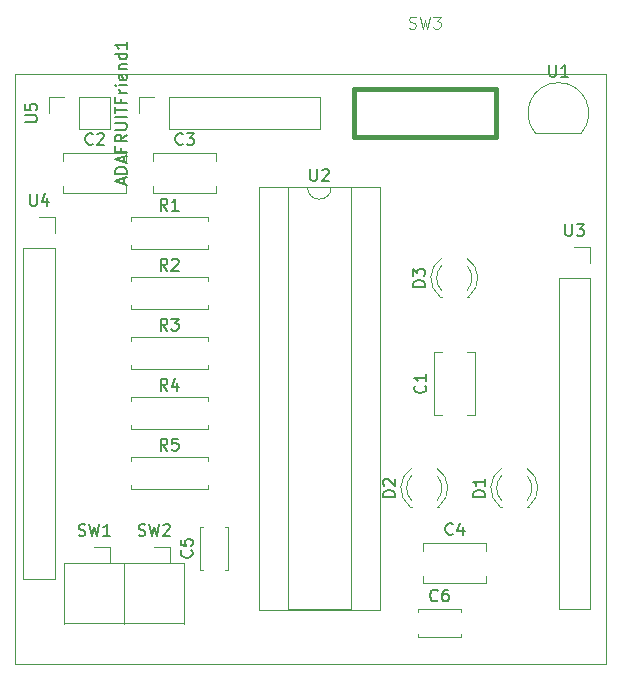
<source format=gbr>
%TF.GenerationSoftware,KiCad,Pcbnew,7.0.1*%
%TF.CreationDate,2023-04-23T17:26:01-05:00*%
%TF.ProjectId,hw4,6877342e-6b69-4636-9164-5f7063625858,rev?*%
%TF.SameCoordinates,Original*%
%TF.FileFunction,Legend,Top*%
%TF.FilePolarity,Positive*%
%FSLAX46Y46*%
G04 Gerber Fmt 4.6, Leading zero omitted, Abs format (unit mm)*
G04 Created by KiCad (PCBNEW 7.0.1) date 2023-04-23 17:26:01*
%MOMM*%
%LPD*%
G01*
G04 APERTURE LIST*
%ADD10C,0.150000*%
%ADD11C,0.100000*%
%ADD12C,0.120000*%
%ADD13C,0.400000*%
%TA.AperFunction,Profile*%
%ADD14C,0.100000*%
%TD*%
G04 APERTURE END LIST*
D10*
%TO.C,D2*%
X132122619Y-85828094D02*
X131122619Y-85828094D01*
X131122619Y-85828094D02*
X131122619Y-85589999D01*
X131122619Y-85589999D02*
X131170238Y-85447142D01*
X131170238Y-85447142D02*
X131265476Y-85351904D01*
X131265476Y-85351904D02*
X131360714Y-85304285D01*
X131360714Y-85304285D02*
X131551190Y-85256666D01*
X131551190Y-85256666D02*
X131694047Y-85256666D01*
X131694047Y-85256666D02*
X131884523Y-85304285D01*
X131884523Y-85304285D02*
X131979761Y-85351904D01*
X131979761Y-85351904D02*
X132075000Y-85447142D01*
X132075000Y-85447142D02*
X132122619Y-85589999D01*
X132122619Y-85589999D02*
X132122619Y-85828094D01*
X131217857Y-84875713D02*
X131170238Y-84828094D01*
X131170238Y-84828094D02*
X131122619Y-84732856D01*
X131122619Y-84732856D02*
X131122619Y-84494761D01*
X131122619Y-84494761D02*
X131170238Y-84399523D01*
X131170238Y-84399523D02*
X131217857Y-84351904D01*
X131217857Y-84351904D02*
X131313095Y-84304285D01*
X131313095Y-84304285D02*
X131408333Y-84304285D01*
X131408333Y-84304285D02*
X131551190Y-84351904D01*
X131551190Y-84351904D02*
X132122619Y-84923332D01*
X132122619Y-84923332D02*
X132122619Y-84304285D01*
%TO.C,D1*%
X139742619Y-85828094D02*
X138742619Y-85828094D01*
X138742619Y-85828094D02*
X138742619Y-85589999D01*
X138742619Y-85589999D02*
X138790238Y-85447142D01*
X138790238Y-85447142D02*
X138885476Y-85351904D01*
X138885476Y-85351904D02*
X138980714Y-85304285D01*
X138980714Y-85304285D02*
X139171190Y-85256666D01*
X139171190Y-85256666D02*
X139314047Y-85256666D01*
X139314047Y-85256666D02*
X139504523Y-85304285D01*
X139504523Y-85304285D02*
X139599761Y-85351904D01*
X139599761Y-85351904D02*
X139695000Y-85447142D01*
X139695000Y-85447142D02*
X139742619Y-85589999D01*
X139742619Y-85589999D02*
X139742619Y-85828094D01*
X139742619Y-84304285D02*
X139742619Y-84875713D01*
X139742619Y-84589999D02*
X138742619Y-84589999D01*
X138742619Y-84589999D02*
X138885476Y-84685237D01*
X138885476Y-84685237D02*
X138980714Y-84780475D01*
X138980714Y-84780475D02*
X139028333Y-84875713D01*
%TO.C,U4*%
X101238095Y-60192619D02*
X101238095Y-61002142D01*
X101238095Y-61002142D02*
X101285714Y-61097380D01*
X101285714Y-61097380D02*
X101333333Y-61145000D01*
X101333333Y-61145000D02*
X101428571Y-61192619D01*
X101428571Y-61192619D02*
X101619047Y-61192619D01*
X101619047Y-61192619D02*
X101714285Y-61145000D01*
X101714285Y-61145000D02*
X101761904Y-61097380D01*
X101761904Y-61097380D02*
X101809523Y-61002142D01*
X101809523Y-61002142D02*
X101809523Y-60192619D01*
X102714285Y-60525952D02*
X102714285Y-61192619D01*
X102476190Y-60145000D02*
X102238095Y-60859285D01*
X102238095Y-60859285D02*
X102857142Y-60859285D01*
%TO.C,C5*%
X114907380Y-90356666D02*
X114955000Y-90404285D01*
X114955000Y-90404285D02*
X115002619Y-90547142D01*
X115002619Y-90547142D02*
X115002619Y-90642380D01*
X115002619Y-90642380D02*
X114955000Y-90785237D01*
X114955000Y-90785237D02*
X114859761Y-90880475D01*
X114859761Y-90880475D02*
X114764523Y-90928094D01*
X114764523Y-90928094D02*
X114574047Y-90975713D01*
X114574047Y-90975713D02*
X114431190Y-90975713D01*
X114431190Y-90975713D02*
X114240714Y-90928094D01*
X114240714Y-90928094D02*
X114145476Y-90880475D01*
X114145476Y-90880475D02*
X114050238Y-90785237D01*
X114050238Y-90785237D02*
X114002619Y-90642380D01*
X114002619Y-90642380D02*
X114002619Y-90547142D01*
X114002619Y-90547142D02*
X114050238Y-90404285D01*
X114050238Y-90404285D02*
X114097857Y-90356666D01*
X114002619Y-89451904D02*
X114002619Y-89928094D01*
X114002619Y-89928094D02*
X114478809Y-89975713D01*
X114478809Y-89975713D02*
X114431190Y-89928094D01*
X114431190Y-89928094D02*
X114383571Y-89832856D01*
X114383571Y-89832856D02*
X114383571Y-89594761D01*
X114383571Y-89594761D02*
X114431190Y-89499523D01*
X114431190Y-89499523D02*
X114478809Y-89451904D01*
X114478809Y-89451904D02*
X114574047Y-89404285D01*
X114574047Y-89404285D02*
X114812142Y-89404285D01*
X114812142Y-89404285D02*
X114907380Y-89451904D01*
X114907380Y-89451904D02*
X114955000Y-89499523D01*
X114955000Y-89499523D02*
X115002619Y-89594761D01*
X115002619Y-89594761D02*
X115002619Y-89832856D01*
X115002619Y-89832856D02*
X114955000Y-89928094D01*
X114955000Y-89928094D02*
X114907380Y-89975713D01*
%TO.C,ADAFRUITFriend1*%
X109166904Y-59363809D02*
X109166904Y-58887619D01*
X109452619Y-59459047D02*
X108452619Y-59125714D01*
X108452619Y-59125714D02*
X109452619Y-58792381D01*
X109452619Y-58459047D02*
X108452619Y-58459047D01*
X108452619Y-58459047D02*
X108452619Y-58220952D01*
X108452619Y-58220952D02*
X108500238Y-58078095D01*
X108500238Y-58078095D02*
X108595476Y-57982857D01*
X108595476Y-57982857D02*
X108690714Y-57935238D01*
X108690714Y-57935238D02*
X108881190Y-57887619D01*
X108881190Y-57887619D02*
X109024047Y-57887619D01*
X109024047Y-57887619D02*
X109214523Y-57935238D01*
X109214523Y-57935238D02*
X109309761Y-57982857D01*
X109309761Y-57982857D02*
X109405000Y-58078095D01*
X109405000Y-58078095D02*
X109452619Y-58220952D01*
X109452619Y-58220952D02*
X109452619Y-58459047D01*
X109166904Y-57506666D02*
X109166904Y-57030476D01*
X109452619Y-57601904D02*
X108452619Y-57268571D01*
X108452619Y-57268571D02*
X109452619Y-56935238D01*
X108928809Y-56268571D02*
X108928809Y-56601904D01*
X109452619Y-56601904D02*
X108452619Y-56601904D01*
X108452619Y-56601904D02*
X108452619Y-56125714D01*
X109452619Y-55173333D02*
X108976428Y-55506666D01*
X109452619Y-55744761D02*
X108452619Y-55744761D01*
X108452619Y-55744761D02*
X108452619Y-55363809D01*
X108452619Y-55363809D02*
X108500238Y-55268571D01*
X108500238Y-55268571D02*
X108547857Y-55220952D01*
X108547857Y-55220952D02*
X108643095Y-55173333D01*
X108643095Y-55173333D02*
X108785952Y-55173333D01*
X108785952Y-55173333D02*
X108881190Y-55220952D01*
X108881190Y-55220952D02*
X108928809Y-55268571D01*
X108928809Y-55268571D02*
X108976428Y-55363809D01*
X108976428Y-55363809D02*
X108976428Y-55744761D01*
X108452619Y-54744761D02*
X109262142Y-54744761D01*
X109262142Y-54744761D02*
X109357380Y-54697142D01*
X109357380Y-54697142D02*
X109405000Y-54649523D01*
X109405000Y-54649523D02*
X109452619Y-54554285D01*
X109452619Y-54554285D02*
X109452619Y-54363809D01*
X109452619Y-54363809D02*
X109405000Y-54268571D01*
X109405000Y-54268571D02*
X109357380Y-54220952D01*
X109357380Y-54220952D02*
X109262142Y-54173333D01*
X109262142Y-54173333D02*
X108452619Y-54173333D01*
X109452619Y-53697142D02*
X108452619Y-53697142D01*
X108452619Y-53363809D02*
X108452619Y-52792381D01*
X109452619Y-53078095D02*
X108452619Y-53078095D01*
X108928809Y-52125714D02*
X108928809Y-52459047D01*
X109452619Y-52459047D02*
X108452619Y-52459047D01*
X108452619Y-52459047D02*
X108452619Y-51982857D01*
X109452619Y-51601904D02*
X108785952Y-51601904D01*
X108976428Y-51601904D02*
X108881190Y-51554285D01*
X108881190Y-51554285D02*
X108833571Y-51506666D01*
X108833571Y-51506666D02*
X108785952Y-51411428D01*
X108785952Y-51411428D02*
X108785952Y-51316190D01*
X109452619Y-50982856D02*
X108785952Y-50982856D01*
X108452619Y-50982856D02*
X108500238Y-51030475D01*
X108500238Y-51030475D02*
X108547857Y-50982856D01*
X108547857Y-50982856D02*
X108500238Y-50935237D01*
X108500238Y-50935237D02*
X108452619Y-50982856D01*
X108452619Y-50982856D02*
X108547857Y-50982856D01*
X109405000Y-50125714D02*
X109452619Y-50220952D01*
X109452619Y-50220952D02*
X109452619Y-50411428D01*
X109452619Y-50411428D02*
X109405000Y-50506666D01*
X109405000Y-50506666D02*
X109309761Y-50554285D01*
X109309761Y-50554285D02*
X108928809Y-50554285D01*
X108928809Y-50554285D02*
X108833571Y-50506666D01*
X108833571Y-50506666D02*
X108785952Y-50411428D01*
X108785952Y-50411428D02*
X108785952Y-50220952D01*
X108785952Y-50220952D02*
X108833571Y-50125714D01*
X108833571Y-50125714D02*
X108928809Y-50078095D01*
X108928809Y-50078095D02*
X109024047Y-50078095D01*
X109024047Y-50078095D02*
X109119285Y-50554285D01*
X108785952Y-49649523D02*
X109452619Y-49649523D01*
X108881190Y-49649523D02*
X108833571Y-49601904D01*
X108833571Y-49601904D02*
X108785952Y-49506666D01*
X108785952Y-49506666D02*
X108785952Y-49363809D01*
X108785952Y-49363809D02*
X108833571Y-49268571D01*
X108833571Y-49268571D02*
X108928809Y-49220952D01*
X108928809Y-49220952D02*
X109452619Y-49220952D01*
X109452619Y-48316190D02*
X108452619Y-48316190D01*
X109405000Y-48316190D02*
X109452619Y-48411428D01*
X109452619Y-48411428D02*
X109452619Y-48601904D01*
X109452619Y-48601904D02*
X109405000Y-48697142D01*
X109405000Y-48697142D02*
X109357380Y-48744761D01*
X109357380Y-48744761D02*
X109262142Y-48792380D01*
X109262142Y-48792380D02*
X108976428Y-48792380D01*
X108976428Y-48792380D02*
X108881190Y-48744761D01*
X108881190Y-48744761D02*
X108833571Y-48697142D01*
X108833571Y-48697142D02*
X108785952Y-48601904D01*
X108785952Y-48601904D02*
X108785952Y-48411428D01*
X108785952Y-48411428D02*
X108833571Y-48316190D01*
X109452619Y-47316190D02*
X109452619Y-47887618D01*
X109452619Y-47601904D02*
X108452619Y-47601904D01*
X108452619Y-47601904D02*
X108595476Y-47697142D01*
X108595476Y-47697142D02*
X108690714Y-47792380D01*
X108690714Y-47792380D02*
X108738333Y-47887618D01*
D11*
%TO.C,SW3*%
X133326667Y-46135000D02*
X133469524Y-46182619D01*
X133469524Y-46182619D02*
X133707619Y-46182619D01*
X133707619Y-46182619D02*
X133802857Y-46135000D01*
X133802857Y-46135000D02*
X133850476Y-46087380D01*
X133850476Y-46087380D02*
X133898095Y-45992142D01*
X133898095Y-45992142D02*
X133898095Y-45896904D01*
X133898095Y-45896904D02*
X133850476Y-45801666D01*
X133850476Y-45801666D02*
X133802857Y-45754047D01*
X133802857Y-45754047D02*
X133707619Y-45706428D01*
X133707619Y-45706428D02*
X133517143Y-45658809D01*
X133517143Y-45658809D02*
X133421905Y-45611190D01*
X133421905Y-45611190D02*
X133374286Y-45563571D01*
X133374286Y-45563571D02*
X133326667Y-45468333D01*
X133326667Y-45468333D02*
X133326667Y-45373095D01*
X133326667Y-45373095D02*
X133374286Y-45277857D01*
X133374286Y-45277857D02*
X133421905Y-45230238D01*
X133421905Y-45230238D02*
X133517143Y-45182619D01*
X133517143Y-45182619D02*
X133755238Y-45182619D01*
X133755238Y-45182619D02*
X133898095Y-45230238D01*
X134231429Y-45182619D02*
X134469524Y-46182619D01*
X134469524Y-46182619D02*
X134660000Y-45468333D01*
X134660000Y-45468333D02*
X134850476Y-46182619D01*
X134850476Y-46182619D02*
X135088572Y-45182619D01*
X135374286Y-45182619D02*
X135993333Y-45182619D01*
X135993333Y-45182619D02*
X135660000Y-45563571D01*
X135660000Y-45563571D02*
X135802857Y-45563571D01*
X135802857Y-45563571D02*
X135898095Y-45611190D01*
X135898095Y-45611190D02*
X135945714Y-45658809D01*
X135945714Y-45658809D02*
X135993333Y-45754047D01*
X135993333Y-45754047D02*
X135993333Y-45992142D01*
X135993333Y-45992142D02*
X135945714Y-46087380D01*
X135945714Y-46087380D02*
X135898095Y-46135000D01*
X135898095Y-46135000D02*
X135802857Y-46182619D01*
X135802857Y-46182619D02*
X135517143Y-46182619D01*
X135517143Y-46182619D02*
X135421905Y-46135000D01*
X135421905Y-46135000D02*
X135374286Y-46087380D01*
D10*
%TO.C,R2*%
X112863333Y-66672619D02*
X112530000Y-66196428D01*
X112291905Y-66672619D02*
X112291905Y-65672619D01*
X112291905Y-65672619D02*
X112672857Y-65672619D01*
X112672857Y-65672619D02*
X112768095Y-65720238D01*
X112768095Y-65720238D02*
X112815714Y-65767857D01*
X112815714Y-65767857D02*
X112863333Y-65863095D01*
X112863333Y-65863095D02*
X112863333Y-66005952D01*
X112863333Y-66005952D02*
X112815714Y-66101190D01*
X112815714Y-66101190D02*
X112768095Y-66148809D01*
X112768095Y-66148809D02*
X112672857Y-66196428D01*
X112672857Y-66196428D02*
X112291905Y-66196428D01*
X113244286Y-65767857D02*
X113291905Y-65720238D01*
X113291905Y-65720238D02*
X113387143Y-65672619D01*
X113387143Y-65672619D02*
X113625238Y-65672619D01*
X113625238Y-65672619D02*
X113720476Y-65720238D01*
X113720476Y-65720238D02*
X113768095Y-65767857D01*
X113768095Y-65767857D02*
X113815714Y-65863095D01*
X113815714Y-65863095D02*
X113815714Y-65958333D01*
X113815714Y-65958333D02*
X113768095Y-66101190D01*
X113768095Y-66101190D02*
X113196667Y-66672619D01*
X113196667Y-66672619D02*
X113815714Y-66672619D01*
%TO.C,U3*%
X146558095Y-62732619D02*
X146558095Y-63542142D01*
X146558095Y-63542142D02*
X146605714Y-63637380D01*
X146605714Y-63637380D02*
X146653333Y-63685000D01*
X146653333Y-63685000D02*
X146748571Y-63732619D01*
X146748571Y-63732619D02*
X146939047Y-63732619D01*
X146939047Y-63732619D02*
X147034285Y-63685000D01*
X147034285Y-63685000D02*
X147081904Y-63637380D01*
X147081904Y-63637380D02*
X147129523Y-63542142D01*
X147129523Y-63542142D02*
X147129523Y-62732619D01*
X147510476Y-62732619D02*
X148129523Y-62732619D01*
X148129523Y-62732619D02*
X147796190Y-63113571D01*
X147796190Y-63113571D02*
X147939047Y-63113571D01*
X147939047Y-63113571D02*
X148034285Y-63161190D01*
X148034285Y-63161190D02*
X148081904Y-63208809D01*
X148081904Y-63208809D02*
X148129523Y-63304047D01*
X148129523Y-63304047D02*
X148129523Y-63542142D01*
X148129523Y-63542142D02*
X148081904Y-63637380D01*
X148081904Y-63637380D02*
X148034285Y-63685000D01*
X148034285Y-63685000D02*
X147939047Y-63732619D01*
X147939047Y-63732619D02*
X147653333Y-63732619D01*
X147653333Y-63732619D02*
X147558095Y-63685000D01*
X147558095Y-63685000D02*
X147510476Y-63637380D01*
%TO.C,SW1*%
X105346667Y-89085000D02*
X105489524Y-89132619D01*
X105489524Y-89132619D02*
X105727619Y-89132619D01*
X105727619Y-89132619D02*
X105822857Y-89085000D01*
X105822857Y-89085000D02*
X105870476Y-89037380D01*
X105870476Y-89037380D02*
X105918095Y-88942142D01*
X105918095Y-88942142D02*
X105918095Y-88846904D01*
X105918095Y-88846904D02*
X105870476Y-88751666D01*
X105870476Y-88751666D02*
X105822857Y-88704047D01*
X105822857Y-88704047D02*
X105727619Y-88656428D01*
X105727619Y-88656428D02*
X105537143Y-88608809D01*
X105537143Y-88608809D02*
X105441905Y-88561190D01*
X105441905Y-88561190D02*
X105394286Y-88513571D01*
X105394286Y-88513571D02*
X105346667Y-88418333D01*
X105346667Y-88418333D02*
X105346667Y-88323095D01*
X105346667Y-88323095D02*
X105394286Y-88227857D01*
X105394286Y-88227857D02*
X105441905Y-88180238D01*
X105441905Y-88180238D02*
X105537143Y-88132619D01*
X105537143Y-88132619D02*
X105775238Y-88132619D01*
X105775238Y-88132619D02*
X105918095Y-88180238D01*
X106251429Y-88132619D02*
X106489524Y-89132619D01*
X106489524Y-89132619D02*
X106680000Y-88418333D01*
X106680000Y-88418333D02*
X106870476Y-89132619D01*
X106870476Y-89132619D02*
X107108572Y-88132619D01*
X108013333Y-89132619D02*
X107441905Y-89132619D01*
X107727619Y-89132619D02*
X107727619Y-88132619D01*
X107727619Y-88132619D02*
X107632381Y-88275476D01*
X107632381Y-88275476D02*
X107537143Y-88370714D01*
X107537143Y-88370714D02*
X107441905Y-88418333D01*
%TO.C,U5*%
X100832619Y-54101904D02*
X101642142Y-54101904D01*
X101642142Y-54101904D02*
X101737380Y-54054285D01*
X101737380Y-54054285D02*
X101785000Y-54006666D01*
X101785000Y-54006666D02*
X101832619Y-53911428D01*
X101832619Y-53911428D02*
X101832619Y-53720952D01*
X101832619Y-53720952D02*
X101785000Y-53625714D01*
X101785000Y-53625714D02*
X101737380Y-53578095D01*
X101737380Y-53578095D02*
X101642142Y-53530476D01*
X101642142Y-53530476D02*
X100832619Y-53530476D01*
X100832619Y-52578095D02*
X100832619Y-53054285D01*
X100832619Y-53054285D02*
X101308809Y-53101904D01*
X101308809Y-53101904D02*
X101261190Y-53054285D01*
X101261190Y-53054285D02*
X101213571Y-52959047D01*
X101213571Y-52959047D02*
X101213571Y-52720952D01*
X101213571Y-52720952D02*
X101261190Y-52625714D01*
X101261190Y-52625714D02*
X101308809Y-52578095D01*
X101308809Y-52578095D02*
X101404047Y-52530476D01*
X101404047Y-52530476D02*
X101642142Y-52530476D01*
X101642142Y-52530476D02*
X101737380Y-52578095D01*
X101737380Y-52578095D02*
X101785000Y-52625714D01*
X101785000Y-52625714D02*
X101832619Y-52720952D01*
X101832619Y-52720952D02*
X101832619Y-52959047D01*
X101832619Y-52959047D02*
X101785000Y-53054285D01*
X101785000Y-53054285D02*
X101737380Y-53101904D01*
%TO.C,U2*%
X124968095Y-58092619D02*
X124968095Y-58902142D01*
X124968095Y-58902142D02*
X125015714Y-58997380D01*
X125015714Y-58997380D02*
X125063333Y-59045000D01*
X125063333Y-59045000D02*
X125158571Y-59092619D01*
X125158571Y-59092619D02*
X125349047Y-59092619D01*
X125349047Y-59092619D02*
X125444285Y-59045000D01*
X125444285Y-59045000D02*
X125491904Y-58997380D01*
X125491904Y-58997380D02*
X125539523Y-58902142D01*
X125539523Y-58902142D02*
X125539523Y-58092619D01*
X125968095Y-58187857D02*
X126015714Y-58140238D01*
X126015714Y-58140238D02*
X126110952Y-58092619D01*
X126110952Y-58092619D02*
X126349047Y-58092619D01*
X126349047Y-58092619D02*
X126444285Y-58140238D01*
X126444285Y-58140238D02*
X126491904Y-58187857D01*
X126491904Y-58187857D02*
X126539523Y-58283095D01*
X126539523Y-58283095D02*
X126539523Y-58378333D01*
X126539523Y-58378333D02*
X126491904Y-58521190D01*
X126491904Y-58521190D02*
X125920476Y-59092619D01*
X125920476Y-59092619D02*
X126539523Y-59092619D01*
%TO.C,C1*%
X134677380Y-76406666D02*
X134725000Y-76454285D01*
X134725000Y-76454285D02*
X134772619Y-76597142D01*
X134772619Y-76597142D02*
X134772619Y-76692380D01*
X134772619Y-76692380D02*
X134725000Y-76835237D01*
X134725000Y-76835237D02*
X134629761Y-76930475D01*
X134629761Y-76930475D02*
X134534523Y-76978094D01*
X134534523Y-76978094D02*
X134344047Y-77025713D01*
X134344047Y-77025713D02*
X134201190Y-77025713D01*
X134201190Y-77025713D02*
X134010714Y-76978094D01*
X134010714Y-76978094D02*
X133915476Y-76930475D01*
X133915476Y-76930475D02*
X133820238Y-76835237D01*
X133820238Y-76835237D02*
X133772619Y-76692380D01*
X133772619Y-76692380D02*
X133772619Y-76597142D01*
X133772619Y-76597142D02*
X133820238Y-76454285D01*
X133820238Y-76454285D02*
X133867857Y-76406666D01*
X134772619Y-75454285D02*
X134772619Y-76025713D01*
X134772619Y-75739999D02*
X133772619Y-75739999D01*
X133772619Y-75739999D02*
X133915476Y-75835237D01*
X133915476Y-75835237D02*
X134010714Y-75930475D01*
X134010714Y-75930475D02*
X134058333Y-76025713D01*
%TO.C,C2*%
X106553333Y-55937380D02*
X106505714Y-55985000D01*
X106505714Y-55985000D02*
X106362857Y-56032619D01*
X106362857Y-56032619D02*
X106267619Y-56032619D01*
X106267619Y-56032619D02*
X106124762Y-55985000D01*
X106124762Y-55985000D02*
X106029524Y-55889761D01*
X106029524Y-55889761D02*
X105981905Y-55794523D01*
X105981905Y-55794523D02*
X105934286Y-55604047D01*
X105934286Y-55604047D02*
X105934286Y-55461190D01*
X105934286Y-55461190D02*
X105981905Y-55270714D01*
X105981905Y-55270714D02*
X106029524Y-55175476D01*
X106029524Y-55175476D02*
X106124762Y-55080238D01*
X106124762Y-55080238D02*
X106267619Y-55032619D01*
X106267619Y-55032619D02*
X106362857Y-55032619D01*
X106362857Y-55032619D02*
X106505714Y-55080238D01*
X106505714Y-55080238D02*
X106553333Y-55127857D01*
X106934286Y-55127857D02*
X106981905Y-55080238D01*
X106981905Y-55080238D02*
X107077143Y-55032619D01*
X107077143Y-55032619D02*
X107315238Y-55032619D01*
X107315238Y-55032619D02*
X107410476Y-55080238D01*
X107410476Y-55080238D02*
X107458095Y-55127857D01*
X107458095Y-55127857D02*
X107505714Y-55223095D01*
X107505714Y-55223095D02*
X107505714Y-55318333D01*
X107505714Y-55318333D02*
X107458095Y-55461190D01*
X107458095Y-55461190D02*
X106886667Y-56032619D01*
X106886667Y-56032619D02*
X107505714Y-56032619D01*
%TO.C,R4*%
X112863333Y-76832619D02*
X112530000Y-76356428D01*
X112291905Y-76832619D02*
X112291905Y-75832619D01*
X112291905Y-75832619D02*
X112672857Y-75832619D01*
X112672857Y-75832619D02*
X112768095Y-75880238D01*
X112768095Y-75880238D02*
X112815714Y-75927857D01*
X112815714Y-75927857D02*
X112863333Y-76023095D01*
X112863333Y-76023095D02*
X112863333Y-76165952D01*
X112863333Y-76165952D02*
X112815714Y-76261190D01*
X112815714Y-76261190D02*
X112768095Y-76308809D01*
X112768095Y-76308809D02*
X112672857Y-76356428D01*
X112672857Y-76356428D02*
X112291905Y-76356428D01*
X113720476Y-76165952D02*
X113720476Y-76832619D01*
X113482381Y-75785000D02*
X113244286Y-76499285D01*
X113244286Y-76499285D02*
X113863333Y-76499285D01*
%TO.C,C4*%
X137033333Y-88957380D02*
X136985714Y-89005000D01*
X136985714Y-89005000D02*
X136842857Y-89052619D01*
X136842857Y-89052619D02*
X136747619Y-89052619D01*
X136747619Y-89052619D02*
X136604762Y-89005000D01*
X136604762Y-89005000D02*
X136509524Y-88909761D01*
X136509524Y-88909761D02*
X136461905Y-88814523D01*
X136461905Y-88814523D02*
X136414286Y-88624047D01*
X136414286Y-88624047D02*
X136414286Y-88481190D01*
X136414286Y-88481190D02*
X136461905Y-88290714D01*
X136461905Y-88290714D02*
X136509524Y-88195476D01*
X136509524Y-88195476D02*
X136604762Y-88100238D01*
X136604762Y-88100238D02*
X136747619Y-88052619D01*
X136747619Y-88052619D02*
X136842857Y-88052619D01*
X136842857Y-88052619D02*
X136985714Y-88100238D01*
X136985714Y-88100238D02*
X137033333Y-88147857D01*
X137890476Y-88385952D02*
X137890476Y-89052619D01*
X137652381Y-88005000D02*
X137414286Y-88719285D01*
X137414286Y-88719285D02*
X138033333Y-88719285D01*
%TO.C,R3*%
X112863333Y-71752619D02*
X112530000Y-71276428D01*
X112291905Y-71752619D02*
X112291905Y-70752619D01*
X112291905Y-70752619D02*
X112672857Y-70752619D01*
X112672857Y-70752619D02*
X112768095Y-70800238D01*
X112768095Y-70800238D02*
X112815714Y-70847857D01*
X112815714Y-70847857D02*
X112863333Y-70943095D01*
X112863333Y-70943095D02*
X112863333Y-71085952D01*
X112863333Y-71085952D02*
X112815714Y-71181190D01*
X112815714Y-71181190D02*
X112768095Y-71228809D01*
X112768095Y-71228809D02*
X112672857Y-71276428D01*
X112672857Y-71276428D02*
X112291905Y-71276428D01*
X113196667Y-70752619D02*
X113815714Y-70752619D01*
X113815714Y-70752619D02*
X113482381Y-71133571D01*
X113482381Y-71133571D02*
X113625238Y-71133571D01*
X113625238Y-71133571D02*
X113720476Y-71181190D01*
X113720476Y-71181190D02*
X113768095Y-71228809D01*
X113768095Y-71228809D02*
X113815714Y-71324047D01*
X113815714Y-71324047D02*
X113815714Y-71562142D01*
X113815714Y-71562142D02*
X113768095Y-71657380D01*
X113768095Y-71657380D02*
X113720476Y-71705000D01*
X113720476Y-71705000D02*
X113625238Y-71752619D01*
X113625238Y-71752619D02*
X113339524Y-71752619D01*
X113339524Y-71752619D02*
X113244286Y-71705000D01*
X113244286Y-71705000D02*
X113196667Y-71657380D01*
%TO.C,D3*%
X134662619Y-68048094D02*
X133662619Y-68048094D01*
X133662619Y-68048094D02*
X133662619Y-67809999D01*
X133662619Y-67809999D02*
X133710238Y-67667142D01*
X133710238Y-67667142D02*
X133805476Y-67571904D01*
X133805476Y-67571904D02*
X133900714Y-67524285D01*
X133900714Y-67524285D02*
X134091190Y-67476666D01*
X134091190Y-67476666D02*
X134234047Y-67476666D01*
X134234047Y-67476666D02*
X134424523Y-67524285D01*
X134424523Y-67524285D02*
X134519761Y-67571904D01*
X134519761Y-67571904D02*
X134615000Y-67667142D01*
X134615000Y-67667142D02*
X134662619Y-67809999D01*
X134662619Y-67809999D02*
X134662619Y-68048094D01*
X133662619Y-67143332D02*
X133662619Y-66524285D01*
X133662619Y-66524285D02*
X134043571Y-66857618D01*
X134043571Y-66857618D02*
X134043571Y-66714761D01*
X134043571Y-66714761D02*
X134091190Y-66619523D01*
X134091190Y-66619523D02*
X134138809Y-66571904D01*
X134138809Y-66571904D02*
X134234047Y-66524285D01*
X134234047Y-66524285D02*
X134472142Y-66524285D01*
X134472142Y-66524285D02*
X134567380Y-66571904D01*
X134567380Y-66571904D02*
X134615000Y-66619523D01*
X134615000Y-66619523D02*
X134662619Y-66714761D01*
X134662619Y-66714761D02*
X134662619Y-67000475D01*
X134662619Y-67000475D02*
X134615000Y-67095713D01*
X134615000Y-67095713D02*
X134567380Y-67143332D01*
%TO.C,C3*%
X114173333Y-55937380D02*
X114125714Y-55985000D01*
X114125714Y-55985000D02*
X113982857Y-56032619D01*
X113982857Y-56032619D02*
X113887619Y-56032619D01*
X113887619Y-56032619D02*
X113744762Y-55985000D01*
X113744762Y-55985000D02*
X113649524Y-55889761D01*
X113649524Y-55889761D02*
X113601905Y-55794523D01*
X113601905Y-55794523D02*
X113554286Y-55604047D01*
X113554286Y-55604047D02*
X113554286Y-55461190D01*
X113554286Y-55461190D02*
X113601905Y-55270714D01*
X113601905Y-55270714D02*
X113649524Y-55175476D01*
X113649524Y-55175476D02*
X113744762Y-55080238D01*
X113744762Y-55080238D02*
X113887619Y-55032619D01*
X113887619Y-55032619D02*
X113982857Y-55032619D01*
X113982857Y-55032619D02*
X114125714Y-55080238D01*
X114125714Y-55080238D02*
X114173333Y-55127857D01*
X114506667Y-55032619D02*
X115125714Y-55032619D01*
X115125714Y-55032619D02*
X114792381Y-55413571D01*
X114792381Y-55413571D02*
X114935238Y-55413571D01*
X114935238Y-55413571D02*
X115030476Y-55461190D01*
X115030476Y-55461190D02*
X115078095Y-55508809D01*
X115078095Y-55508809D02*
X115125714Y-55604047D01*
X115125714Y-55604047D02*
X115125714Y-55842142D01*
X115125714Y-55842142D02*
X115078095Y-55937380D01*
X115078095Y-55937380D02*
X115030476Y-55985000D01*
X115030476Y-55985000D02*
X114935238Y-56032619D01*
X114935238Y-56032619D02*
X114649524Y-56032619D01*
X114649524Y-56032619D02*
X114554286Y-55985000D01*
X114554286Y-55985000D02*
X114506667Y-55937380D01*
%TO.C,R1*%
X112863333Y-61592619D02*
X112530000Y-61116428D01*
X112291905Y-61592619D02*
X112291905Y-60592619D01*
X112291905Y-60592619D02*
X112672857Y-60592619D01*
X112672857Y-60592619D02*
X112768095Y-60640238D01*
X112768095Y-60640238D02*
X112815714Y-60687857D01*
X112815714Y-60687857D02*
X112863333Y-60783095D01*
X112863333Y-60783095D02*
X112863333Y-60925952D01*
X112863333Y-60925952D02*
X112815714Y-61021190D01*
X112815714Y-61021190D02*
X112768095Y-61068809D01*
X112768095Y-61068809D02*
X112672857Y-61116428D01*
X112672857Y-61116428D02*
X112291905Y-61116428D01*
X113815714Y-61592619D02*
X113244286Y-61592619D01*
X113530000Y-61592619D02*
X113530000Y-60592619D01*
X113530000Y-60592619D02*
X113434762Y-60735476D01*
X113434762Y-60735476D02*
X113339524Y-60830714D01*
X113339524Y-60830714D02*
X113244286Y-60878333D01*
%TO.C,R5*%
X112863333Y-81912619D02*
X112530000Y-81436428D01*
X112291905Y-81912619D02*
X112291905Y-80912619D01*
X112291905Y-80912619D02*
X112672857Y-80912619D01*
X112672857Y-80912619D02*
X112768095Y-80960238D01*
X112768095Y-80960238D02*
X112815714Y-81007857D01*
X112815714Y-81007857D02*
X112863333Y-81103095D01*
X112863333Y-81103095D02*
X112863333Y-81245952D01*
X112863333Y-81245952D02*
X112815714Y-81341190D01*
X112815714Y-81341190D02*
X112768095Y-81388809D01*
X112768095Y-81388809D02*
X112672857Y-81436428D01*
X112672857Y-81436428D02*
X112291905Y-81436428D01*
X113768095Y-80912619D02*
X113291905Y-80912619D01*
X113291905Y-80912619D02*
X113244286Y-81388809D01*
X113244286Y-81388809D02*
X113291905Y-81341190D01*
X113291905Y-81341190D02*
X113387143Y-81293571D01*
X113387143Y-81293571D02*
X113625238Y-81293571D01*
X113625238Y-81293571D02*
X113720476Y-81341190D01*
X113720476Y-81341190D02*
X113768095Y-81388809D01*
X113768095Y-81388809D02*
X113815714Y-81484047D01*
X113815714Y-81484047D02*
X113815714Y-81722142D01*
X113815714Y-81722142D02*
X113768095Y-81817380D01*
X113768095Y-81817380D02*
X113720476Y-81865000D01*
X113720476Y-81865000D02*
X113625238Y-81912619D01*
X113625238Y-81912619D02*
X113387143Y-81912619D01*
X113387143Y-81912619D02*
X113291905Y-81865000D01*
X113291905Y-81865000D02*
X113244286Y-81817380D01*
%TO.C,U1*%
X145208095Y-49242619D02*
X145208095Y-50052142D01*
X145208095Y-50052142D02*
X145255714Y-50147380D01*
X145255714Y-50147380D02*
X145303333Y-50195000D01*
X145303333Y-50195000D02*
X145398571Y-50242619D01*
X145398571Y-50242619D02*
X145589047Y-50242619D01*
X145589047Y-50242619D02*
X145684285Y-50195000D01*
X145684285Y-50195000D02*
X145731904Y-50147380D01*
X145731904Y-50147380D02*
X145779523Y-50052142D01*
X145779523Y-50052142D02*
X145779523Y-49242619D01*
X146779523Y-50242619D02*
X146208095Y-50242619D01*
X146493809Y-50242619D02*
X146493809Y-49242619D01*
X146493809Y-49242619D02*
X146398571Y-49385476D01*
X146398571Y-49385476D02*
X146303333Y-49480714D01*
X146303333Y-49480714D02*
X146208095Y-49528333D01*
%TO.C,SW2*%
X110426667Y-89085000D02*
X110569524Y-89132619D01*
X110569524Y-89132619D02*
X110807619Y-89132619D01*
X110807619Y-89132619D02*
X110902857Y-89085000D01*
X110902857Y-89085000D02*
X110950476Y-89037380D01*
X110950476Y-89037380D02*
X110998095Y-88942142D01*
X110998095Y-88942142D02*
X110998095Y-88846904D01*
X110998095Y-88846904D02*
X110950476Y-88751666D01*
X110950476Y-88751666D02*
X110902857Y-88704047D01*
X110902857Y-88704047D02*
X110807619Y-88656428D01*
X110807619Y-88656428D02*
X110617143Y-88608809D01*
X110617143Y-88608809D02*
X110521905Y-88561190D01*
X110521905Y-88561190D02*
X110474286Y-88513571D01*
X110474286Y-88513571D02*
X110426667Y-88418333D01*
X110426667Y-88418333D02*
X110426667Y-88323095D01*
X110426667Y-88323095D02*
X110474286Y-88227857D01*
X110474286Y-88227857D02*
X110521905Y-88180238D01*
X110521905Y-88180238D02*
X110617143Y-88132619D01*
X110617143Y-88132619D02*
X110855238Y-88132619D01*
X110855238Y-88132619D02*
X110998095Y-88180238D01*
X111331429Y-88132619D02*
X111569524Y-89132619D01*
X111569524Y-89132619D02*
X111760000Y-88418333D01*
X111760000Y-88418333D02*
X111950476Y-89132619D01*
X111950476Y-89132619D02*
X112188572Y-88132619D01*
X112521905Y-88227857D02*
X112569524Y-88180238D01*
X112569524Y-88180238D02*
X112664762Y-88132619D01*
X112664762Y-88132619D02*
X112902857Y-88132619D01*
X112902857Y-88132619D02*
X112998095Y-88180238D01*
X112998095Y-88180238D02*
X113045714Y-88227857D01*
X113045714Y-88227857D02*
X113093333Y-88323095D01*
X113093333Y-88323095D02*
X113093333Y-88418333D01*
X113093333Y-88418333D02*
X113045714Y-88561190D01*
X113045714Y-88561190D02*
X112474286Y-89132619D01*
X112474286Y-89132619D02*
X113093333Y-89132619D01*
%TO.C,C6*%
X135743333Y-94587380D02*
X135695714Y-94635000D01*
X135695714Y-94635000D02*
X135552857Y-94682619D01*
X135552857Y-94682619D02*
X135457619Y-94682619D01*
X135457619Y-94682619D02*
X135314762Y-94635000D01*
X135314762Y-94635000D02*
X135219524Y-94539761D01*
X135219524Y-94539761D02*
X135171905Y-94444523D01*
X135171905Y-94444523D02*
X135124286Y-94254047D01*
X135124286Y-94254047D02*
X135124286Y-94111190D01*
X135124286Y-94111190D02*
X135171905Y-93920714D01*
X135171905Y-93920714D02*
X135219524Y-93825476D01*
X135219524Y-93825476D02*
X135314762Y-93730238D01*
X135314762Y-93730238D02*
X135457619Y-93682619D01*
X135457619Y-93682619D02*
X135552857Y-93682619D01*
X135552857Y-93682619D02*
X135695714Y-93730238D01*
X135695714Y-93730238D02*
X135743333Y-93777857D01*
X136600476Y-93682619D02*
X136410000Y-93682619D01*
X136410000Y-93682619D02*
X136314762Y-93730238D01*
X136314762Y-93730238D02*
X136267143Y-93777857D01*
X136267143Y-93777857D02*
X136171905Y-93920714D01*
X136171905Y-93920714D02*
X136124286Y-94111190D01*
X136124286Y-94111190D02*
X136124286Y-94492142D01*
X136124286Y-94492142D02*
X136171905Y-94587380D01*
X136171905Y-94587380D02*
X136219524Y-94635000D01*
X136219524Y-94635000D02*
X136314762Y-94682619D01*
X136314762Y-94682619D02*
X136505238Y-94682619D01*
X136505238Y-94682619D02*
X136600476Y-94635000D01*
X136600476Y-94635000D02*
X136648095Y-94587380D01*
X136648095Y-94587380D02*
X136695714Y-94492142D01*
X136695714Y-94492142D02*
X136695714Y-94254047D01*
X136695714Y-94254047D02*
X136648095Y-94158809D01*
X136648095Y-94158809D02*
X136600476Y-94111190D01*
X136600476Y-94111190D02*
X136505238Y-94063571D01*
X136505238Y-94063571D02*
X136314762Y-94063571D01*
X136314762Y-94063571D02*
X136219524Y-94111190D01*
X136219524Y-94111190D02*
X136171905Y-94158809D01*
X136171905Y-94158809D02*
X136124286Y-94254047D01*
D12*
%TO.C,D2*%
X133384000Y-86650000D02*
X133540000Y-86650000D01*
X135700000Y-86650000D02*
X135856000Y-86650000D01*
X133541392Y-83417666D02*
G75*
G03*
X133384485Y-86649999I1078608J-1672334D01*
G01*
X133540164Y-84048871D02*
G75*
G03*
X133540001Y-86130960I1079836J-1041129D01*
G01*
X135699999Y-86130960D02*
G75*
G03*
X135699836Y-84048871I-1079999J1040960D01*
G01*
X135855515Y-86649999D02*
G75*
G03*
X135698608Y-83417666I-1235515J1559999D01*
G01*
%TO.C,D1*%
X143475515Y-86649999D02*
G75*
G03*
X143318608Y-83417666I-1235515J1559999D01*
G01*
X143319999Y-86130960D02*
G75*
G03*
X143319836Y-84048871I-1079999J1040960D01*
G01*
X141160164Y-84048871D02*
G75*
G03*
X141160001Y-86130960I1079836J-1041129D01*
G01*
X141161392Y-83417666D02*
G75*
G03*
X141004485Y-86649999I1078608J-1672334D01*
G01*
X143320000Y-86650000D02*
X143476000Y-86650000D01*
X141004000Y-86650000D02*
X141160000Y-86650000D01*
%TO.C,U4*%
X100670000Y-64770000D02*
X100670000Y-92770000D01*
X100670000Y-64770000D02*
X103330000Y-64770000D01*
X100670000Y-92770000D02*
X103330000Y-92770000D01*
X102000000Y-62170000D02*
X103330000Y-62170000D01*
X103330000Y-62170000D02*
X103330000Y-63500000D01*
X103330000Y-64770000D02*
X103330000Y-92770000D01*
%TO.C,C5*%
X115670000Y-92010000D02*
X115915000Y-92010000D01*
X115670000Y-92010000D02*
X115670000Y-88370000D01*
X117765000Y-92010000D02*
X118010000Y-92010000D01*
X118010000Y-92010000D02*
X118010000Y-88370000D01*
X115670000Y-88370000D02*
X115915000Y-88370000D01*
X117765000Y-88370000D02*
X118010000Y-88370000D01*
%TO.C,ADAFRUITFriend1*%
X113030000Y-54670000D02*
X125790000Y-54670000D01*
X113030000Y-54670000D02*
X113030000Y-52010000D01*
X125790000Y-54670000D02*
X125790000Y-52010000D01*
X110430000Y-53340000D02*
X110430000Y-52010000D01*
X110430000Y-52010000D02*
X111760000Y-52010000D01*
X113030000Y-52010000D02*
X125790000Y-52010000D01*
D13*
%TO.C,SW3*%
X128660000Y-51340000D02*
X140660000Y-51340000D01*
X128660000Y-55340000D02*
X128660000Y-51340000D01*
X140660000Y-51340000D02*
X140660000Y-55340000D01*
X140660000Y-55340000D02*
X128660000Y-55340000D01*
D12*
%TO.C,R2*%
X109760000Y-67210000D02*
X116300000Y-67210000D01*
X109760000Y-67540000D02*
X109760000Y-67210000D01*
X109760000Y-69620000D02*
X109760000Y-69950000D01*
X109760000Y-69950000D02*
X116300000Y-69950000D01*
X116300000Y-67210000D02*
X116300000Y-67540000D01*
X116300000Y-69950000D02*
X116300000Y-69620000D01*
%TO.C,U3*%
X145990000Y-67310000D02*
X145990000Y-95310000D01*
X145990000Y-67310000D02*
X148650000Y-67310000D01*
X145990000Y-95310000D02*
X148650000Y-95310000D01*
X147320000Y-64710000D02*
X148650000Y-64710000D01*
X148650000Y-64710000D02*
X148650000Y-66040000D01*
X148650000Y-67310000D02*
X148650000Y-95310000D01*
%TO.C,SW1*%
X104140000Y-91440000D02*
X104140000Y-96580000D01*
X104140000Y-91440000D02*
X109220000Y-91440000D01*
X104140000Y-96520000D02*
X109220000Y-96520000D01*
X106680000Y-90110000D02*
X108010000Y-90110000D01*
X108010000Y-90110000D02*
X108010000Y-91440000D01*
X109220000Y-91440000D02*
X109220000Y-96580000D01*
%TO.C,U5*%
X105410000Y-54670000D02*
X108010000Y-54670000D01*
X105410000Y-54670000D02*
X105410000Y-52010000D01*
X108010000Y-54670000D02*
X108010000Y-52010000D01*
X102810000Y-53340000D02*
X102810000Y-52010000D01*
X102810000Y-52010000D02*
X104140000Y-52010000D01*
X105410000Y-52010000D02*
X108010000Y-52010000D01*
%TO.C,U2*%
X120590000Y-59570000D02*
X120590000Y-95370000D01*
X120590000Y-95370000D02*
X130870000Y-95370000D01*
X123080000Y-59630000D02*
X123080000Y-95310000D01*
X123080000Y-95310000D02*
X128380000Y-95310000D01*
X124730000Y-59630000D02*
X123080000Y-59630000D01*
X128380000Y-59630000D02*
X126730000Y-59630000D01*
X128380000Y-95310000D02*
X128380000Y-59630000D01*
X130870000Y-59570000D02*
X120590000Y-59570000D01*
X130870000Y-95370000D02*
X130870000Y-59570000D01*
X124730000Y-59630000D02*
G75*
G03*
X126730000Y-59630000I1000000J0D01*
G01*
%TO.C,C1*%
X135439000Y-78910000D02*
X136105000Y-78910000D01*
X135439000Y-78910000D02*
X135439000Y-73570000D01*
X138215000Y-78910000D02*
X138881000Y-78910000D01*
X138881000Y-78910000D02*
X138881000Y-73570000D01*
X135439000Y-73570000D02*
X136105000Y-73570000D01*
X138215000Y-73570000D02*
X138881000Y-73570000D01*
%TO.C,C2*%
X104050000Y-56699000D02*
X104050000Y-57365000D01*
X104050000Y-56699000D02*
X109390000Y-56699000D01*
X104050000Y-59475000D02*
X104050000Y-60141000D01*
X104050000Y-60141000D02*
X109390000Y-60141000D01*
X109390000Y-56699000D02*
X109390000Y-57365000D01*
X109390000Y-59475000D02*
X109390000Y-60141000D01*
%TO.C,R4*%
X116300000Y-80110000D02*
X116300000Y-79780000D01*
X116300000Y-77370000D02*
X116300000Y-77700000D01*
X109760000Y-80110000D02*
X116300000Y-80110000D01*
X109760000Y-79780000D02*
X109760000Y-80110000D01*
X109760000Y-77700000D02*
X109760000Y-77370000D01*
X109760000Y-77370000D02*
X116300000Y-77370000D01*
%TO.C,C4*%
X134530000Y-89719000D02*
X134530000Y-90385000D01*
X134530000Y-89719000D02*
X139870000Y-89719000D01*
X134530000Y-92495000D02*
X134530000Y-93161000D01*
X134530000Y-93161000D02*
X139870000Y-93161000D01*
X139870000Y-89719000D02*
X139870000Y-90385000D01*
X139870000Y-92495000D02*
X139870000Y-93161000D01*
%TO.C,R3*%
X109760000Y-72290000D02*
X116300000Y-72290000D01*
X109760000Y-72620000D02*
X109760000Y-72290000D01*
X109760000Y-74700000D02*
X109760000Y-75030000D01*
X109760000Y-75030000D02*
X116300000Y-75030000D01*
X116300000Y-72290000D02*
X116300000Y-72620000D01*
X116300000Y-75030000D02*
X116300000Y-74700000D01*
%TO.C,D3*%
X135924000Y-68870000D02*
X136080000Y-68870000D01*
X138240000Y-68870000D02*
X138396000Y-68870000D01*
X136081392Y-65637666D02*
G75*
G03*
X135924485Y-68869999I1078608J-1672334D01*
G01*
X136080164Y-66268871D02*
G75*
G03*
X136080001Y-68350960I1079836J-1041129D01*
G01*
X138239999Y-68350960D02*
G75*
G03*
X138239836Y-66268871I-1079999J1040960D01*
G01*
X138395515Y-68869999D02*
G75*
G03*
X138238608Y-65637666I-1235515J1559999D01*
G01*
%TO.C,C3*%
X111670000Y-56699000D02*
X111670000Y-57365000D01*
X111670000Y-56699000D02*
X117010000Y-56699000D01*
X111670000Y-59475000D02*
X111670000Y-60141000D01*
X111670000Y-60141000D02*
X117010000Y-60141000D01*
X117010000Y-56699000D02*
X117010000Y-57365000D01*
X117010000Y-59475000D02*
X117010000Y-60141000D01*
%TO.C,R1*%
X116300000Y-64870000D02*
X116300000Y-64540000D01*
X116300000Y-62130000D02*
X116300000Y-62460000D01*
X109760000Y-64870000D02*
X116300000Y-64870000D01*
X109760000Y-64540000D02*
X109760000Y-64870000D01*
X109760000Y-62460000D02*
X109760000Y-62130000D01*
X109760000Y-62130000D02*
X116300000Y-62130000D01*
%TO.C,R5*%
X116300000Y-85190000D02*
X116300000Y-84860000D01*
X116300000Y-82450000D02*
X116300000Y-82780000D01*
X109760000Y-85190000D02*
X116300000Y-85190000D01*
X109760000Y-84860000D02*
X109760000Y-85190000D01*
X109760000Y-82780000D02*
X109760000Y-82450000D01*
X109760000Y-82450000D02*
X116300000Y-82450000D01*
%TO.C,U1*%
X144030000Y-55040000D02*
X147880000Y-55040000D01*
X147918611Y-55030122D02*
G75*
G03*
X144030000Y-55040000I-1948611J1690122D01*
G01*
%TO.C,SW2*%
X109220000Y-91440000D02*
X109220000Y-96580000D01*
X109220000Y-91440000D02*
X114300000Y-91440000D01*
X109220000Y-96520000D02*
X114300000Y-96520000D01*
X111760000Y-90110000D02*
X113090000Y-90110000D01*
X113090000Y-90110000D02*
X113090000Y-91440000D01*
X114300000Y-91440000D02*
X114300000Y-96580000D01*
%TO.C,C6*%
X134090000Y-95350000D02*
X134090000Y-95595000D01*
X134090000Y-95350000D02*
X137730000Y-95350000D01*
X134090000Y-97445000D02*
X134090000Y-97690000D01*
X134090000Y-97690000D02*
X137730000Y-97690000D01*
X137730000Y-95350000D02*
X137730000Y-95595000D01*
X137730000Y-97445000D02*
X137730000Y-97690000D01*
%TD*%
D14*
X100000000Y-50000000D02*
X150000000Y-50000000D01*
X150000000Y-100000000D01*
X100000000Y-100000000D01*
X100000000Y-50000000D01*
M02*

</source>
